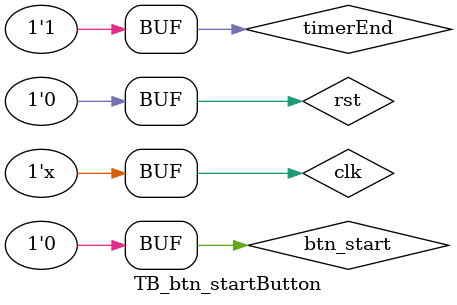
<source format=v>
`timescale 1ns / 1ps

module TB_btn_startButton(
    );

reg clk;
reg rst;    
reg btn_start;
reg timerEnd;
wire start;
wire idle;    

btn_startButton GEN(
    .clk(clk),
    .rst(rst),
    .btn_start(btn_start),
    .timerEnd(timerEnd),
    .start(start),
    .idle(idle)
    );
    
initial begin
clk = 0;
rst = 1;
btn_start = 0;
timerEnd = 0;
end

always
    #5 clk = ~clk;
    
initial begin    
rst = 0;
#50
btn_start = 1;
#5
btn_start = 0;
#50
btn_start = 1;
#5
btn_start = 0;
#50
btn_start = 1;
#5
btn_start = 0;
#100
timerEnd = 1;
#50
btn_start = 1;
#5
btn_start = 0;
end    

endmodule

</source>
